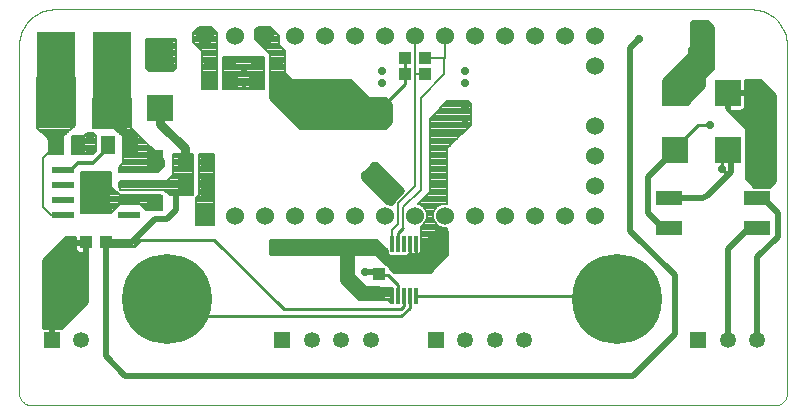
<source format=gtl>
G75*
G70*
%OFA0B0*%
%FSLAX24Y24*%
%IPPOS*%
%LPD*%
%AMOC8*
5,1,8,0,0,1.08239X$1,22.5*
%
%ADD10C,0.0000*%
%ADD11R,0.0118X0.0571*%
%ADD12R,0.0750X0.0240*%
%ADD13R,0.0950X0.1220*%
%ADD14R,0.0512X0.0591*%
%ADD15R,0.1299X0.3228*%
%ADD16R,0.0551X0.0551*%
%ADD17R,0.0850X0.0890*%
%ADD18R,0.0394X0.0433*%
%ADD19R,0.0600X0.0600*%
%ADD20C,0.0600*%
%ADD21R,0.0433X0.0394*%
%ADD22R,0.0870X0.0472*%
%ADD23R,0.0531X0.0531*%
%ADD24C,0.0531*%
%ADD25C,0.0098*%
%ADD26C,0.0079*%
%ADD27C,0.3000*%
%ADD28C,0.0278*%
%ADD29C,0.0197*%
%ADD30C,0.0295*%
%ADD31C,0.0118*%
D10*
X000996Y001587D02*
X025799Y001587D01*
X025799Y001586D02*
X025838Y001588D01*
X025876Y001594D01*
X025913Y001603D01*
X025950Y001616D01*
X025985Y001633D01*
X026018Y001652D01*
X026049Y001675D01*
X026078Y001701D01*
X026104Y001730D01*
X026127Y001761D01*
X026146Y001794D01*
X026163Y001829D01*
X026176Y001866D01*
X026185Y001903D01*
X026191Y001941D01*
X026193Y001980D01*
X026192Y001980D02*
X026192Y013595D01*
X026190Y013661D01*
X026185Y013727D01*
X026175Y013793D01*
X026162Y013858D01*
X026146Y013922D01*
X026126Y013985D01*
X026102Y014047D01*
X026075Y014107D01*
X026045Y014166D01*
X026011Y014223D01*
X025974Y014278D01*
X025934Y014331D01*
X025892Y014382D01*
X025846Y014430D01*
X025798Y014476D01*
X025747Y014518D01*
X025694Y014558D01*
X025639Y014595D01*
X025582Y014629D01*
X025523Y014659D01*
X025463Y014686D01*
X025401Y014710D01*
X025338Y014730D01*
X025274Y014746D01*
X025209Y014759D01*
X025143Y014769D01*
X025077Y014774D01*
X025011Y014776D01*
X001783Y014776D01*
X001717Y014774D01*
X001651Y014769D01*
X001585Y014759D01*
X001520Y014746D01*
X001456Y014730D01*
X001393Y014710D01*
X001331Y014686D01*
X001271Y014659D01*
X001212Y014629D01*
X001155Y014595D01*
X001100Y014558D01*
X001047Y014518D01*
X000996Y014476D01*
X000948Y014430D01*
X000902Y014382D01*
X000860Y014331D01*
X000820Y014278D01*
X000783Y014223D01*
X000749Y014166D01*
X000719Y014107D01*
X000692Y014047D01*
X000668Y013985D01*
X000648Y013922D01*
X000632Y013858D01*
X000619Y013793D01*
X000609Y013727D01*
X000604Y013661D01*
X000602Y013595D01*
X000602Y001980D01*
X000604Y001941D01*
X000610Y001903D01*
X000619Y001866D01*
X000632Y001829D01*
X000649Y001794D01*
X000668Y001761D01*
X000691Y001730D01*
X000717Y001701D01*
X000746Y001675D01*
X000777Y001652D01*
X000810Y001633D01*
X000845Y001616D01*
X000882Y001603D01*
X000919Y001594D01*
X000957Y001588D01*
X000996Y001586D01*
D11*
X013031Y005225D03*
X013228Y005225D03*
X013425Y005225D03*
X013622Y005225D03*
X013818Y005225D03*
X013818Y006957D03*
X013622Y006957D03*
X013425Y006957D03*
X013228Y006957D03*
X013031Y006957D03*
D12*
X004256Y007923D03*
X004256Y008423D03*
X004256Y008923D03*
X004256Y009423D03*
X002066Y009423D03*
X002066Y008923D03*
X002066Y008423D03*
X002066Y007923D03*
D13*
X003161Y008673D03*
D14*
X003574Y010248D03*
X004322Y010248D03*
X002551Y010248D03*
X001803Y010248D03*
X006133Y009658D03*
X006881Y009658D03*
X006881Y008870D03*
X006133Y008870D03*
X006921Y012414D03*
X007669Y012414D03*
X008496Y012414D03*
X009244Y012414D03*
D15*
X003692Y012414D03*
X001842Y012414D03*
D16*
X005129Y009815D03*
X005129Y008319D03*
D17*
X005307Y011477D03*
X005307Y013397D03*
X022452Y011996D03*
X024224Y011996D03*
X024224Y010076D03*
X022452Y010076D03*
D18*
X014126Y012610D03*
X014126Y013142D03*
X013456Y013142D03*
X013456Y012610D03*
X003484Y007020D03*
X002814Y007020D03*
X012610Y005957D03*
X012610Y005288D03*
D19*
X006799Y007902D03*
D20*
X007799Y007902D03*
X008799Y007902D03*
X009799Y007902D03*
X010799Y007902D03*
X011799Y007902D03*
X012799Y007902D03*
X013799Y007902D03*
X014799Y007902D03*
X015799Y007902D03*
X016799Y007902D03*
X017799Y007902D03*
X018799Y007902D03*
X019799Y007902D03*
X019799Y008902D03*
X019799Y009902D03*
X019799Y010902D03*
X019799Y012902D03*
X019799Y013902D03*
X018799Y013902D03*
X017799Y013902D03*
X016799Y013902D03*
X015799Y013902D03*
X014799Y013902D03*
X013799Y013902D03*
X012799Y013902D03*
X011799Y013902D03*
X010799Y013902D03*
X009799Y013902D03*
X008799Y013902D03*
X007799Y013902D03*
X006799Y013902D03*
D21*
X006960Y013004D03*
X007629Y013004D03*
X008535Y013004D03*
X009204Y013004D03*
D22*
X022275Y008477D03*
X022275Y007492D03*
X025189Y007492D03*
X025189Y008477D03*
D23*
X023240Y003752D03*
X014480Y003752D03*
X009362Y003752D03*
X001685Y003752D03*
D24*
X002669Y003752D03*
X010346Y003752D03*
X011330Y003752D03*
X012314Y003752D03*
X015464Y003752D03*
X016448Y003752D03*
X017433Y003752D03*
X024224Y003752D03*
X025208Y003752D03*
D25*
X020523Y005130D02*
X020484Y005130D01*
X020385Y005229D01*
X013822Y005229D01*
X013818Y005225D01*
X013622Y005225D02*
X013622Y004823D01*
X013338Y004540D01*
X006114Y004540D01*
X005523Y005130D01*
X002866Y005130D02*
X001389Y005130D01*
X001389Y005033D02*
X002866Y005033D01*
X002866Y005032D02*
X001994Y004160D01*
X001970Y004167D01*
X001724Y004167D01*
X001724Y003792D01*
X001645Y003792D01*
X001645Y004167D01*
X001399Y004167D01*
X001389Y004164D01*
X001389Y006410D01*
X002177Y007197D01*
X002468Y007197D01*
X002468Y007069D01*
X002765Y007069D01*
X002765Y006971D01*
X002468Y006971D01*
X002468Y006784D01*
X002479Y006746D01*
X002498Y006712D01*
X002526Y006684D01*
X002560Y006664D01*
X002598Y006654D01*
X002765Y006654D01*
X002765Y006970D01*
X002864Y006970D01*
X002864Y006654D01*
X002866Y006654D01*
X002866Y005032D01*
X002770Y004936D02*
X001389Y004936D01*
X001389Y004839D02*
X002673Y004839D01*
X002576Y004742D02*
X001389Y004742D01*
X001389Y004645D02*
X002479Y004645D01*
X002382Y004548D02*
X001389Y004548D01*
X001389Y004451D02*
X002285Y004451D01*
X002188Y004354D02*
X001389Y004354D01*
X001389Y004257D02*
X002091Y004257D01*
X001724Y004160D02*
X001645Y004160D01*
X001645Y004063D02*
X001724Y004063D01*
X001724Y003966D02*
X001645Y003966D01*
X001645Y003869D02*
X001724Y003869D01*
X001389Y005227D02*
X002866Y005227D01*
X002866Y005324D02*
X001389Y005324D01*
X001389Y005421D02*
X002866Y005421D01*
X002866Y005518D02*
X001389Y005518D01*
X001389Y005615D02*
X002866Y005615D01*
X002866Y005712D02*
X001389Y005712D01*
X001389Y005809D02*
X002866Y005809D01*
X002866Y005906D02*
X001389Y005906D01*
X001389Y006003D02*
X002866Y006003D01*
X002866Y006100D02*
X001389Y006100D01*
X001389Y006197D02*
X002866Y006197D01*
X002866Y006294D02*
X001389Y006294D01*
X001389Y006391D02*
X002866Y006391D01*
X002866Y006488D02*
X001467Y006488D01*
X001564Y006585D02*
X002866Y006585D01*
X002864Y006682D02*
X002765Y006682D01*
X002765Y006779D02*
X002864Y006779D01*
X002864Y006876D02*
X002765Y006876D01*
X002765Y006972D02*
X001952Y006972D01*
X001855Y006876D02*
X002468Y006876D01*
X002470Y006779D02*
X001758Y006779D01*
X001661Y006682D02*
X002530Y006682D01*
X002468Y007069D02*
X002049Y007069D01*
X002146Y007166D02*
X002468Y007166D01*
X003484Y007020D02*
X003602Y006902D01*
X004440Y006902D01*
X004637Y007099D01*
X007098Y007099D01*
X009421Y004776D01*
X013318Y004776D01*
X013425Y004882D01*
X013425Y005225D01*
X013228Y005225D02*
X013228Y005595D01*
X012905Y005917D01*
X012649Y005917D01*
X012610Y005957D01*
X012916Y006202D02*
X012916Y006219D01*
X012852Y006283D01*
X012835Y006283D01*
X012511Y006606D01*
X008968Y006606D01*
X008968Y007099D01*
X012511Y007099D01*
X012863Y006747D01*
X012863Y006626D01*
X012927Y006562D01*
X013135Y006562D01*
X013332Y006562D01*
X013529Y006562D01*
X013573Y006606D01*
X013889Y006606D01*
X013988Y006705D01*
X013988Y006902D01*
X014578Y007492D01*
X014775Y007492D01*
X014874Y007394D01*
X014874Y006606D01*
X014283Y006016D01*
X013102Y006016D01*
X012916Y006202D01*
X012921Y006197D02*
X014464Y006197D01*
X014561Y006294D02*
X012824Y006294D01*
X012727Y006391D02*
X014658Y006391D01*
X014755Y006488D02*
X012630Y006488D01*
X012533Y006585D02*
X012904Y006585D01*
X012863Y006682D02*
X008968Y006682D01*
X008968Y006779D02*
X012831Y006779D01*
X012734Y006876D02*
X008968Y006876D01*
X008968Y006972D02*
X012637Y006972D01*
X012540Y007069D02*
X008968Y007069D01*
X011330Y006705D02*
X011330Y005721D01*
X011921Y005130D01*
X012610Y005130D01*
X011921Y005130D01*
X011824Y005227D02*
X012610Y005227D01*
X012610Y005130D02*
X012610Y005524D01*
X012118Y005524D01*
X011724Y005917D01*
X011724Y006705D01*
X011330Y006705D01*
X011330Y006682D02*
X011724Y006682D01*
X011724Y006585D02*
X011330Y006585D01*
X011330Y006488D02*
X011724Y006488D01*
X011724Y006391D02*
X011330Y006391D01*
X011330Y006294D02*
X011724Y006294D01*
X011724Y006197D02*
X011330Y006197D01*
X011330Y006100D02*
X011724Y006100D01*
X011724Y006003D02*
X011330Y006003D01*
X011330Y005906D02*
X011736Y005906D01*
X011833Y005809D02*
X011330Y005809D01*
X011339Y005712D02*
X011930Y005712D01*
X012026Y005615D02*
X011436Y005615D01*
X011533Y005518D02*
X012610Y005518D01*
X012610Y005421D02*
X011630Y005421D01*
X011727Y005324D02*
X012610Y005324D01*
X013018Y006100D02*
X014367Y006100D01*
X014852Y006585D02*
X013551Y006585D01*
X013622Y006536D02*
X013594Y006508D01*
X013622Y006536D02*
X013622Y006957D01*
X013818Y006957D02*
X013818Y006536D01*
X013791Y006508D01*
X013964Y006682D02*
X014874Y006682D01*
X014874Y006779D02*
X013988Y006779D01*
X013988Y006876D02*
X014874Y006876D01*
X014874Y006972D02*
X014058Y006972D01*
X014155Y007069D02*
X014874Y007069D01*
X014874Y007166D02*
X014252Y007166D01*
X014349Y007263D02*
X014874Y007263D01*
X014874Y007360D02*
X014446Y007360D01*
X014543Y007457D02*
X014810Y007457D01*
X013397Y007492D02*
X013228Y007323D01*
X013228Y006957D01*
X013003Y008280D02*
X012956Y008280D01*
X012880Y008311D01*
X012874Y008311D01*
X012019Y009166D01*
X012019Y009264D01*
X012413Y009658D01*
X012511Y009658D01*
X013397Y008772D01*
X013397Y008706D01*
X013178Y008487D01*
X013091Y008400D01*
X013091Y008367D01*
X013003Y008280D01*
X013054Y008330D02*
X012855Y008330D01*
X012758Y008427D02*
X013118Y008427D01*
X013178Y008487D02*
X013178Y008487D01*
X013215Y008524D02*
X012661Y008524D01*
X012564Y008621D02*
X013312Y008621D01*
X013397Y008718D02*
X012467Y008718D01*
X012370Y008815D02*
X013354Y008815D01*
X013257Y008912D02*
X012273Y008912D01*
X012176Y009009D02*
X013160Y009009D01*
X013063Y009106D02*
X012079Y009106D01*
X012019Y009203D02*
X012966Y009203D01*
X012869Y009300D02*
X012055Y009300D01*
X012152Y009397D02*
X012772Y009397D01*
X012675Y009494D02*
X012249Y009494D01*
X012346Y009591D02*
X012578Y009591D01*
X012807Y010839D02*
X009952Y010839D01*
X008968Y011823D01*
X008968Y012610D01*
X009460Y012610D01*
X009657Y012414D01*
X011626Y012414D01*
X012216Y011823D01*
X012807Y011823D01*
X013003Y011626D01*
X013003Y011036D01*
X012807Y010839D01*
X012819Y010851D02*
X009940Y010851D01*
X009843Y010948D02*
X012916Y010948D01*
X013003Y011045D02*
X009746Y011045D01*
X009649Y011142D02*
X013003Y011142D01*
X013003Y011239D02*
X009552Y011239D01*
X009455Y011336D02*
X013003Y011336D01*
X013003Y011433D02*
X009358Y011433D01*
X009261Y011530D02*
X013003Y011530D01*
X013003Y011627D02*
X009164Y011627D01*
X009067Y011724D02*
X012906Y011724D01*
X012809Y011821D02*
X008970Y011821D01*
X008968Y011918D02*
X012121Y011918D01*
X012024Y012015D02*
X008968Y012015D01*
X008968Y012112D02*
X011927Y012112D01*
X011830Y012209D02*
X008968Y012209D01*
X008968Y012306D02*
X011733Y012306D01*
X011636Y012403D02*
X008968Y012403D01*
X008968Y012500D02*
X009571Y012500D01*
X009474Y012597D02*
X008968Y012597D01*
X012708Y011528D02*
X013456Y012276D01*
X013456Y012610D01*
X013456Y013142D01*
X015464Y011134D02*
X015464Y011016D01*
X015326Y010878D01*
X022059Y011626D02*
X022059Y012414D01*
X022944Y013299D01*
X022944Y013484D01*
X022994Y013533D01*
X022994Y014333D01*
X023043Y014382D01*
X023535Y014382D01*
X023732Y014185D01*
X023732Y012807D01*
X023437Y012512D01*
X023437Y012217D01*
X022846Y011626D01*
X022059Y011626D01*
X022059Y011627D02*
X022847Y011627D01*
X022944Y011724D02*
X022059Y011724D01*
X022059Y011821D02*
X023041Y011821D01*
X023138Y011918D02*
X022059Y011918D01*
X022059Y012015D02*
X023235Y012015D01*
X023332Y012112D02*
X022059Y012112D01*
X022059Y012209D02*
X023429Y012209D01*
X023437Y012306D02*
X022059Y012306D01*
X022059Y012403D02*
X023437Y012403D01*
X023437Y012500D02*
X022145Y012500D01*
X022242Y012597D02*
X023521Y012597D01*
X023618Y012694D02*
X022339Y012694D01*
X022436Y012791D02*
X023715Y012791D01*
X023732Y012888D02*
X022533Y012888D01*
X022630Y012985D02*
X023732Y012985D01*
X023732Y013081D02*
X022727Y013081D01*
X022824Y013178D02*
X023732Y013178D01*
X023732Y013275D02*
X022920Y013275D01*
X022944Y013372D02*
X023732Y013372D01*
X023732Y013469D02*
X022944Y013469D01*
X022994Y013566D02*
X023732Y013566D01*
X023732Y013663D02*
X022994Y013663D01*
X022994Y013760D02*
X023732Y013760D01*
X023732Y013857D02*
X022994Y013857D01*
X022994Y013954D02*
X023732Y013954D01*
X023732Y014051D02*
X022994Y014051D01*
X022994Y014148D02*
X023732Y014148D01*
X023672Y014245D02*
X022994Y014245D01*
X023003Y014342D02*
X023575Y014342D01*
X024798Y012414D02*
X025307Y012414D01*
X025799Y011921D01*
X025799Y009067D01*
X025602Y008870D01*
X025110Y008870D01*
X024814Y009166D01*
X024814Y010839D01*
X024175Y011478D01*
X024175Y011946D01*
X024273Y011946D01*
X024273Y011401D01*
X024669Y011401D01*
X024706Y011412D01*
X024741Y011431D01*
X024768Y011459D01*
X024788Y011493D01*
X024798Y011531D01*
X024798Y011946D01*
X024273Y011946D01*
X024273Y012045D01*
X024798Y012045D01*
X024798Y012414D01*
X024798Y012403D02*
X025317Y012403D01*
X025414Y012306D02*
X024798Y012306D01*
X024798Y012209D02*
X025511Y012209D01*
X025608Y012112D02*
X024798Y012112D01*
X024798Y011918D02*
X025799Y011918D01*
X025799Y011821D02*
X024798Y011821D01*
X024798Y011724D02*
X025799Y011724D01*
X025799Y011627D02*
X024798Y011627D01*
X024798Y011530D02*
X025799Y011530D01*
X025799Y011433D02*
X024742Y011433D01*
X024414Y011239D02*
X025799Y011239D01*
X025799Y011142D02*
X024511Y011142D01*
X024608Y011045D02*
X025799Y011045D01*
X025799Y010948D02*
X024705Y010948D01*
X024802Y010851D02*
X025799Y010851D01*
X025799Y010754D02*
X024814Y010754D01*
X024814Y010657D02*
X025799Y010657D01*
X025799Y010560D02*
X024814Y010560D01*
X024814Y010463D02*
X025799Y010463D01*
X025799Y010366D02*
X024814Y010366D01*
X024814Y010269D02*
X025799Y010269D01*
X025799Y010172D02*
X024814Y010172D01*
X024814Y010075D02*
X025799Y010075D01*
X025799Y009979D02*
X024814Y009979D01*
X024814Y009882D02*
X025799Y009882D01*
X025799Y009785D02*
X024814Y009785D01*
X024814Y009688D02*
X025799Y009688D01*
X025799Y009591D02*
X024814Y009591D01*
X024814Y009494D02*
X025799Y009494D01*
X025799Y009397D02*
X024814Y009397D01*
X024814Y009300D02*
X025799Y009300D01*
X025799Y009203D02*
X024814Y009203D01*
X024874Y009106D02*
X025799Y009106D01*
X025740Y009009D02*
X024971Y009009D01*
X025068Y008912D02*
X025644Y008912D01*
X024322Y009362D02*
X024126Y009362D01*
X024027Y009461D01*
X024027Y009879D01*
X024224Y010076D01*
X023633Y010937D02*
X023240Y010937D01*
X022452Y010150D01*
X024317Y011336D02*
X025799Y011336D01*
X025705Y012015D02*
X024273Y012015D01*
X024273Y011918D02*
X024175Y011918D01*
X024175Y011821D02*
X024273Y011821D01*
X024273Y011724D02*
X024175Y011724D01*
X024175Y011627D02*
X024273Y011627D01*
X024273Y011530D02*
X024175Y011530D01*
X024220Y011433D02*
X024273Y011433D01*
X001842Y012414D02*
X001783Y012473D01*
X001783Y013201D01*
D26*
X001192Y012512D02*
X002472Y012512D01*
X002472Y010937D01*
X002078Y010543D01*
X002078Y009953D01*
X001586Y009953D01*
X001586Y010445D01*
X001192Y010839D01*
X001192Y012512D01*
X001192Y012472D02*
X002472Y012472D01*
X002472Y012395D02*
X001192Y012395D01*
X001192Y012317D02*
X002472Y012317D01*
X002472Y012240D02*
X001192Y012240D01*
X001192Y012163D02*
X002472Y012163D01*
X002472Y012086D02*
X001192Y012086D01*
X001192Y012008D02*
X002472Y012008D01*
X002472Y011931D02*
X001192Y011931D01*
X001192Y011854D02*
X002472Y011854D01*
X002472Y011776D02*
X001192Y011776D01*
X001192Y011699D02*
X002472Y011699D01*
X002472Y011622D02*
X001192Y011622D01*
X001192Y011545D02*
X002472Y011545D01*
X002472Y011467D02*
X001192Y011467D01*
X001192Y011390D02*
X002472Y011390D01*
X002472Y011313D02*
X001192Y011313D01*
X001192Y011235D02*
X002472Y011235D01*
X002472Y011158D02*
X001192Y011158D01*
X001192Y011081D02*
X002472Y011081D01*
X002472Y011004D02*
X001192Y011004D01*
X001192Y010926D02*
X002461Y010926D01*
X002384Y010849D02*
X001192Y010849D01*
X001259Y010772D02*
X002307Y010772D01*
X002229Y010694D02*
X001337Y010694D01*
X001414Y010617D02*
X002152Y010617D01*
X002078Y010540D02*
X001491Y010540D01*
X001569Y010463D02*
X002078Y010463D01*
X002078Y010385D02*
X001586Y010385D01*
X001586Y010308D02*
X002078Y010308D01*
X002078Y010231D02*
X001586Y010231D01*
X001586Y010154D02*
X002078Y010154D01*
X002078Y010076D02*
X001586Y010076D01*
X001586Y009999D02*
X002078Y009999D01*
X002374Y009999D02*
X003109Y009999D01*
X003063Y009953D02*
X003161Y010051D01*
X003161Y010543D01*
X003063Y010642D01*
X002866Y010642D01*
X002767Y010543D01*
X002374Y010543D01*
X002374Y009953D01*
X003063Y009953D01*
X003161Y010076D02*
X002374Y010076D01*
X002374Y010154D02*
X003161Y010154D01*
X003161Y010231D02*
X002374Y010231D01*
X002374Y010308D02*
X003161Y010308D01*
X003161Y010385D02*
X002374Y010385D01*
X002374Y010463D02*
X003161Y010463D01*
X003161Y010540D02*
X002374Y010540D01*
X002841Y010617D02*
X003087Y010617D01*
X003063Y010839D02*
X003063Y011823D01*
X004342Y011823D01*
X004342Y010839D01*
X005425Y009756D01*
X005425Y009559D01*
X005228Y009362D01*
X003948Y009362D01*
X003948Y009559D01*
X004047Y009658D01*
X004047Y010543D01*
X003751Y010839D01*
X003063Y010839D01*
X003063Y010849D02*
X004342Y010849D01*
X004342Y010926D02*
X003063Y010926D01*
X003063Y011004D02*
X004342Y011004D01*
X004342Y011081D02*
X003063Y011081D01*
X003063Y011158D02*
X004342Y011158D01*
X004342Y011235D02*
X003063Y011235D01*
X003063Y011313D02*
X004342Y011313D01*
X004342Y011390D02*
X003063Y011390D01*
X003063Y011467D02*
X004342Y011467D01*
X004342Y011545D02*
X003063Y011545D01*
X003063Y011622D02*
X004342Y011622D01*
X004342Y011699D02*
X003063Y011699D01*
X003063Y011776D02*
X004342Y011776D01*
X004409Y010772D02*
X003818Y010772D01*
X003896Y010694D02*
X004486Y010694D01*
X004564Y010617D02*
X003973Y010617D01*
X004047Y010540D02*
X004641Y010540D01*
X004718Y010463D02*
X004047Y010463D01*
X004047Y010385D02*
X004795Y010385D01*
X004873Y010308D02*
X004047Y010308D01*
X004047Y010231D02*
X004950Y010231D01*
X005027Y010154D02*
X004047Y010154D01*
X004047Y010076D02*
X005105Y010076D01*
X005182Y009999D02*
X004047Y009999D01*
X004047Y009922D02*
X005259Y009922D01*
X005336Y009844D02*
X004047Y009844D01*
X004047Y009767D02*
X005414Y009767D01*
X005425Y009690D02*
X004047Y009690D01*
X004002Y009613D02*
X005425Y009613D01*
X005401Y009535D02*
X003948Y009535D01*
X003948Y009458D02*
X005323Y009458D01*
X005246Y009381D02*
X003948Y009381D01*
X003653Y009362D02*
X003653Y008870D01*
X003948Y008575D01*
X005326Y008575D01*
X005326Y008083D01*
X004834Y008083D01*
X004637Y008280D01*
X003948Y008280D01*
X003653Y007984D01*
X002669Y007984D01*
X002669Y009362D01*
X003653Y009362D01*
X003653Y009303D02*
X002669Y009303D01*
X002669Y009226D02*
X003653Y009226D01*
X003653Y009149D02*
X002669Y009149D01*
X002669Y009072D02*
X003653Y009072D01*
X003653Y008994D02*
X002669Y008994D01*
X002669Y008917D02*
X003653Y008917D01*
X003684Y008840D02*
X002669Y008840D01*
X002669Y008762D02*
X003761Y008762D01*
X003838Y008685D02*
X002669Y008685D01*
X002669Y008608D02*
X003915Y008608D01*
X003948Y008772D02*
X003948Y009067D01*
X005523Y009067D01*
X005720Y009264D01*
X005720Y009953D01*
X006409Y009953D01*
X006409Y008575D01*
X005622Y008575D01*
X005425Y008772D01*
X003948Y008772D01*
X003948Y008840D02*
X006409Y008840D01*
X006409Y008917D02*
X003948Y008917D01*
X003948Y008994D02*
X006409Y008994D01*
X006409Y009072D02*
X005528Y009072D01*
X005605Y009149D02*
X006409Y009149D01*
X006409Y009226D02*
X005682Y009226D01*
X005720Y009303D02*
X006409Y009303D01*
X006409Y009381D02*
X005720Y009381D01*
X005720Y009458D02*
X006409Y009458D01*
X006409Y009535D02*
X005720Y009535D01*
X005720Y009613D02*
X006409Y009613D01*
X006409Y009690D02*
X005720Y009690D01*
X005720Y009767D02*
X006409Y009767D01*
X006409Y009844D02*
X005720Y009844D01*
X005720Y009922D02*
X006409Y009922D01*
X006606Y009922D02*
X007098Y009922D01*
X007098Y009953D02*
X007098Y007591D01*
X006507Y007591D01*
X006507Y008477D01*
X006606Y008575D01*
X006606Y009953D01*
X007098Y009953D01*
X007098Y009844D02*
X006606Y009844D01*
X006606Y009767D02*
X007098Y009767D01*
X007098Y009690D02*
X006606Y009690D01*
X006606Y009613D02*
X007098Y009613D01*
X007098Y009535D02*
X006606Y009535D01*
X006606Y009458D02*
X007098Y009458D01*
X007098Y009381D02*
X006606Y009381D01*
X006606Y009303D02*
X007098Y009303D01*
X007098Y009226D02*
X006606Y009226D01*
X006606Y009149D02*
X007098Y009149D01*
X007098Y009072D02*
X006606Y009072D01*
X006606Y008994D02*
X007098Y008994D01*
X007098Y008917D02*
X006606Y008917D01*
X006606Y008840D02*
X007098Y008840D01*
X007098Y008762D02*
X006606Y008762D01*
X006606Y008685D02*
X007098Y008685D01*
X007098Y008608D02*
X006606Y008608D01*
X006561Y008531D02*
X007098Y008531D01*
X007098Y008453D02*
X006507Y008453D01*
X006507Y008376D02*
X007098Y008376D01*
X007098Y008299D02*
X006507Y008299D01*
X006507Y008221D02*
X007098Y008221D01*
X007098Y008144D02*
X006507Y008144D01*
X006507Y008067D02*
X007098Y008067D01*
X007098Y007990D02*
X006507Y007990D01*
X006507Y007912D02*
X007098Y007912D01*
X007098Y007835D02*
X006507Y007835D01*
X006507Y007758D02*
X007098Y007758D01*
X007098Y007680D02*
X006507Y007680D01*
X006507Y007603D02*
X007098Y007603D01*
X005326Y008144D02*
X004773Y008144D01*
X004696Y008221D02*
X005326Y008221D01*
X005326Y008299D02*
X002669Y008299D01*
X002669Y008376D02*
X005326Y008376D01*
X005326Y008453D02*
X002669Y008453D01*
X002669Y008531D02*
X005326Y008531D01*
X005511Y008685D02*
X006409Y008685D01*
X006409Y008608D02*
X005589Y008608D01*
X005434Y008762D02*
X006409Y008762D01*
X003890Y008221D02*
X002669Y008221D01*
X002669Y008144D02*
X003813Y008144D01*
X003736Y008067D02*
X002669Y008067D01*
X002669Y007990D02*
X003658Y007990D01*
X002066Y007923D02*
X001647Y007923D01*
X001389Y008181D01*
X001389Y009835D01*
X001803Y010248D01*
X004834Y012807D02*
X004933Y012709D01*
X005720Y012709D01*
X005818Y012807D01*
X005818Y013791D01*
X004834Y013791D01*
X004834Y012807D01*
X004860Y012781D02*
X005792Y012781D01*
X005818Y012858D02*
X004834Y012858D01*
X004834Y012936D02*
X005818Y012936D01*
X005818Y013013D02*
X004834Y013013D01*
X004834Y013090D02*
X005818Y013090D01*
X005818Y013168D02*
X004834Y013168D01*
X004834Y013245D02*
X005818Y013245D01*
X005818Y013322D02*
X004834Y013322D01*
X004834Y013399D02*
X005818Y013399D01*
X005818Y013477D02*
X004834Y013477D01*
X004834Y013554D02*
X005818Y013554D01*
X005818Y013631D02*
X004834Y013631D01*
X004834Y013709D02*
X005818Y013709D01*
X005818Y013786D02*
X004834Y013786D01*
X006409Y013786D02*
X007196Y013786D01*
X007196Y013863D02*
X006409Y013863D01*
X006409Y013940D02*
X007196Y013940D01*
X007196Y013988D02*
X007000Y014185D01*
X006606Y014185D01*
X006409Y013988D01*
X006409Y013693D01*
X006704Y013398D01*
X006704Y012118D01*
X007196Y012118D01*
X007196Y013988D01*
X007167Y014018D02*
X006438Y014018D01*
X006516Y014095D02*
X007090Y014095D01*
X007012Y014172D02*
X006593Y014172D01*
X006409Y013709D02*
X007196Y013709D01*
X007196Y013631D02*
X006471Y013631D01*
X006548Y013554D02*
X007196Y013554D01*
X007196Y013477D02*
X006625Y013477D01*
X006703Y013399D02*
X007196Y013399D01*
X007196Y013322D02*
X006704Y013322D01*
X006704Y013245D02*
X007196Y013245D01*
X007196Y013168D02*
X006704Y013168D01*
X006704Y013090D02*
X007196Y013090D01*
X007196Y013013D02*
X006704Y013013D01*
X006704Y012936D02*
X007196Y012936D01*
X007196Y012858D02*
X006704Y012858D01*
X006704Y012781D02*
X007196Y012781D01*
X007196Y012704D02*
X006704Y012704D01*
X006704Y012627D02*
X007196Y012627D01*
X007196Y012549D02*
X006704Y012549D01*
X006704Y012472D02*
X007196Y012472D01*
X007196Y012395D02*
X006704Y012395D01*
X006704Y012317D02*
X007196Y012317D01*
X007196Y012240D02*
X006704Y012240D01*
X006704Y012163D02*
X007196Y012163D01*
X007393Y012163D02*
X008771Y012163D01*
X008771Y012118D02*
X008771Y013201D01*
X007393Y013201D01*
X007393Y012118D01*
X008771Y012118D01*
X008771Y012240D02*
X007393Y012240D01*
X007393Y012317D02*
X008771Y012317D01*
X008771Y012395D02*
X007393Y012395D01*
X007393Y012472D02*
X008771Y012472D01*
X008771Y012549D02*
X007393Y012549D01*
X007393Y012627D02*
X008771Y012627D01*
X008771Y012704D02*
X007393Y012704D01*
X007393Y012781D02*
X008771Y012781D01*
X008771Y012858D02*
X007393Y012858D01*
X007393Y012936D02*
X008771Y012936D01*
X008771Y013013D02*
X007393Y013013D01*
X007393Y013090D02*
X008771Y013090D01*
X008771Y013168D02*
X007393Y013168D01*
X008476Y013791D02*
X008476Y014087D01*
X008574Y014185D01*
X008968Y014185D01*
X009263Y013890D01*
X009263Y013595D01*
X009460Y013398D01*
X009460Y012118D01*
X008968Y012118D01*
X008968Y013299D01*
X008476Y013791D01*
X008482Y013786D02*
X009263Y013786D01*
X009263Y013863D02*
X008476Y013863D01*
X008476Y013940D02*
X009213Y013940D01*
X009136Y014018D02*
X008476Y014018D01*
X008484Y014095D02*
X009058Y014095D01*
X008981Y014172D02*
X008561Y014172D01*
X008559Y013709D02*
X009263Y013709D01*
X009263Y013631D02*
X008636Y013631D01*
X008713Y013554D02*
X009304Y013554D01*
X009381Y013477D02*
X008791Y013477D01*
X008868Y013399D02*
X009459Y013399D01*
X009460Y013322D02*
X008945Y013322D01*
X008968Y013245D02*
X009460Y013245D01*
X009460Y013168D02*
X008968Y013168D01*
X008968Y013090D02*
X009460Y013090D01*
X009460Y013013D02*
X008968Y013013D01*
X008968Y012936D02*
X009460Y012936D01*
X009460Y012858D02*
X008968Y012858D01*
X008968Y012781D02*
X009460Y012781D01*
X009460Y012704D02*
X008968Y012704D01*
X008968Y012627D02*
X009460Y012627D01*
X009460Y012549D02*
X008968Y012549D01*
X008968Y012472D02*
X009460Y012472D01*
X009460Y012395D02*
X008968Y012395D01*
X008968Y012317D02*
X009460Y012317D01*
X009460Y012240D02*
X008968Y012240D01*
X008968Y012163D02*
X009460Y012163D01*
X013799Y012610D02*
X014126Y012610D01*
X013799Y012610D02*
X013799Y013902D01*
X014799Y013902D02*
X014799Y013142D01*
X014775Y013142D01*
X014775Y012610D01*
X013988Y011823D01*
X013988Y008772D01*
X013397Y008181D01*
X013397Y007492D01*
X013240Y007630D02*
X013240Y008339D01*
X013799Y008898D01*
X013799Y012610D01*
X014126Y013142D02*
X014775Y013142D01*
X014874Y011725D02*
X015563Y011725D01*
X015661Y011626D01*
X015661Y010937D01*
X014874Y010150D01*
X014874Y008301D01*
X014719Y008301D01*
X014572Y008240D01*
X014460Y008128D01*
X014399Y007981D01*
X014399Y007822D01*
X014460Y007675D01*
X014572Y007563D01*
X014719Y007502D01*
X014874Y007502D01*
X014874Y007099D01*
X014677Y006902D01*
X013988Y006902D01*
X013988Y007548D01*
X014025Y007563D01*
X014137Y007675D01*
X014198Y007822D01*
X014198Y007981D01*
X014137Y008128D01*
X014025Y008240D01*
X013901Y008292D01*
X014283Y008673D01*
X014283Y011134D01*
X014874Y011725D01*
X014848Y011699D02*
X015588Y011699D01*
X015661Y011622D02*
X014771Y011622D01*
X014694Y011545D02*
X015661Y011545D01*
X015661Y011467D02*
X014616Y011467D01*
X014539Y011390D02*
X015661Y011390D01*
X015661Y011313D02*
X014462Y011313D01*
X014384Y011235D02*
X015661Y011235D01*
X015661Y011158D02*
X014307Y011158D01*
X014283Y011081D02*
X015661Y011081D01*
X015661Y011004D02*
X014283Y011004D01*
X014283Y010926D02*
X015650Y010926D01*
X015573Y010849D02*
X014283Y010849D01*
X014283Y010772D02*
X015496Y010772D01*
X015418Y010694D02*
X014283Y010694D01*
X014283Y010617D02*
X015341Y010617D01*
X015264Y010540D02*
X014283Y010540D01*
X014283Y010463D02*
X015186Y010463D01*
X015109Y010385D02*
X014283Y010385D01*
X014283Y010308D02*
X015032Y010308D01*
X014955Y010231D02*
X014283Y010231D01*
X014283Y010154D02*
X014877Y010154D01*
X014874Y010076D02*
X014283Y010076D01*
X014283Y009999D02*
X014874Y009999D01*
X014874Y009922D02*
X014283Y009922D01*
X014283Y009844D02*
X014874Y009844D01*
X014874Y009767D02*
X014283Y009767D01*
X014283Y009690D02*
X014874Y009690D01*
X014874Y009613D02*
X014283Y009613D01*
X014283Y009535D02*
X014874Y009535D01*
X014874Y009458D02*
X014283Y009458D01*
X014283Y009381D02*
X014874Y009381D01*
X014874Y009303D02*
X014283Y009303D01*
X014283Y009226D02*
X014874Y009226D01*
X014874Y009149D02*
X014283Y009149D01*
X014283Y009072D02*
X014874Y009072D01*
X014874Y008994D02*
X014283Y008994D01*
X014283Y008917D02*
X014874Y008917D01*
X014874Y008840D02*
X014283Y008840D01*
X014283Y008762D02*
X014874Y008762D01*
X014874Y008685D02*
X014283Y008685D01*
X014217Y008608D02*
X014874Y008608D01*
X014874Y008531D02*
X014140Y008531D01*
X014063Y008453D02*
X014874Y008453D01*
X014874Y008376D02*
X013986Y008376D01*
X013908Y008299D02*
X014714Y008299D01*
X014554Y008221D02*
X014044Y008221D01*
X014121Y008144D02*
X014476Y008144D01*
X014435Y008067D02*
X014163Y008067D01*
X014195Y007990D02*
X014403Y007990D01*
X014399Y007912D02*
X014198Y007912D01*
X014198Y007835D02*
X014399Y007835D01*
X014426Y007758D02*
X014171Y007758D01*
X014139Y007680D02*
X014458Y007680D01*
X014532Y007603D02*
X014065Y007603D01*
X013988Y007526D02*
X014662Y007526D01*
X014874Y007449D02*
X013988Y007449D01*
X013988Y007371D02*
X014874Y007371D01*
X014874Y007294D02*
X013988Y007294D01*
X013988Y007217D02*
X014874Y007217D01*
X014874Y007139D02*
X013988Y007139D01*
X013988Y007062D02*
X014837Y007062D01*
X014760Y006985D02*
X013988Y006985D01*
X013988Y006908D02*
X014683Y006908D01*
X013240Y007630D02*
X013031Y007421D01*
X013031Y006957D01*
X013069Y005484D02*
X012452Y005484D01*
X012452Y005091D01*
X012885Y005091D01*
X013003Y004973D01*
X013069Y004973D01*
X013069Y005484D01*
X013069Y005439D02*
X012452Y005439D01*
X012452Y005362D02*
X013069Y005362D01*
X013069Y005285D02*
X012452Y005285D01*
X012452Y005207D02*
X013069Y005207D01*
X013069Y005130D02*
X012452Y005130D01*
X012923Y005053D02*
X013069Y005053D01*
X013069Y004976D02*
X013001Y004976D01*
D27*
X005523Y005130D03*
X020523Y005130D03*
D28*
X014578Y007295D03*
X012905Y008477D03*
X013200Y008772D03*
X012118Y009264D03*
X012413Y009559D03*
X012708Y011134D03*
X012708Y011528D03*
X012708Y012315D03*
X012708Y012709D03*
X015464Y012709D03*
X015464Y012315D03*
X015464Y011528D03*
X015464Y011134D03*
X021271Y013791D03*
X023633Y013693D03*
X023633Y014087D03*
X023633Y010937D03*
X025602Y010248D03*
X025602Y009756D03*
X024027Y009461D03*
X012118Y006016D03*
X009066Y006803D03*
X003555Y008083D03*
X002767Y008083D03*
X003161Y008477D03*
X003555Y008870D03*
X002767Y008870D03*
X003161Y009264D03*
X002964Y010051D03*
X002964Y010445D03*
X005031Y012906D03*
X005622Y012906D03*
X008082Y012807D03*
X008082Y012315D03*
X002177Y013693D03*
X001488Y013693D03*
X001783Y013201D03*
D29*
X006133Y008870D02*
X006212Y008870D01*
X006015Y008673D01*
X005818Y008673D01*
X005818Y008083D01*
X005523Y007788D01*
X005129Y007788D01*
X004362Y007020D01*
X003484Y007020D01*
X003484Y003232D01*
X004145Y002571D01*
X021074Y002571D01*
X022452Y003949D01*
X022452Y005917D01*
X020976Y007394D01*
X020976Y013496D01*
X021271Y013791D01*
X022452Y010150D02*
X022452Y010076D01*
X021566Y009190D01*
X021566Y007984D01*
X021943Y007608D01*
X022222Y007492D02*
X022275Y007492D01*
X022222Y007492D02*
X022183Y007494D01*
X022145Y007500D01*
X022108Y007509D01*
X022071Y007522D01*
X022036Y007539D01*
X022003Y007558D01*
X021972Y007581D01*
X021943Y007607D01*
X022275Y008477D02*
X023273Y008477D01*
X023552Y008592D02*
X024322Y009362D01*
X024322Y009838D01*
X024320Y009871D01*
X024316Y009904D01*
X024308Y009936D01*
X024296Y009967D01*
X024282Y009996D01*
X024265Y010025D01*
X024246Y010051D01*
X024224Y010076D01*
X023552Y008591D02*
X023523Y008565D01*
X023492Y008542D01*
X023459Y008523D01*
X023424Y008506D01*
X023387Y008493D01*
X023350Y008484D01*
X023312Y008478D01*
X023273Y008476D01*
X024913Y007492D02*
X024224Y006803D01*
X024224Y003752D01*
X024224Y003654D01*
X025208Y003752D02*
X025208Y006508D01*
X025897Y007197D01*
X025897Y007984D01*
X025405Y008477D01*
X025189Y008477D01*
X025189Y007492D02*
X024913Y007492D01*
X012708Y006055D02*
X012118Y006016D01*
X012610Y005957D02*
X012708Y006055D01*
X002814Y005276D02*
X002814Y007020D01*
X002814Y005276D02*
X001685Y004146D01*
X001685Y003752D01*
D30*
X006133Y009658D02*
X006114Y009677D01*
X006114Y010150D01*
X005307Y010957D01*
X005307Y011477D01*
X004342Y010445D02*
X003751Y011036D01*
X003751Y011429D01*
X003692Y011488D01*
X003692Y012414D01*
X004342Y010445D02*
X004342Y010347D01*
X004244Y010248D01*
X004322Y010248D01*
D31*
X003574Y010248D02*
X003574Y010169D01*
X003063Y009658D01*
X002570Y009658D01*
X002374Y009461D01*
X002103Y009461D01*
X002066Y009423D01*
M02*

</source>
